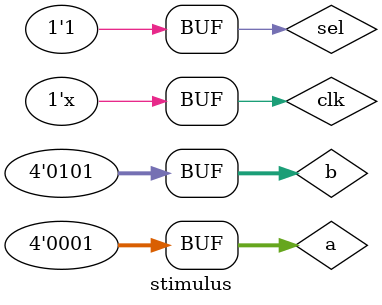
<source format=v>
module stimulus;
  
reg [3:0] a;
reg [3:0] b;
wire [3:0] sum;
reg sel, clk;
wire c_out;

addSub4 DUT (sel, a, b, sum, c_out, clk);

initial clk = 1'b0;
always #5 clk = ~clk;


initial
begin

#10;
a = 4'b0101;
b = 4'b0001;
sel = 1'b0;

#10;
a = 4'b0101;
b = 4'b0001;
sel = 1'b1;

#10;
a = 4'b0000;
b = 4'b0000;
sel = 1'b0;

#10;
a = 4'b0000;
b = 4'b0000;
sel = 1'b1;

#10;
a = 4'b0010;
b = 4'b0010;
sel = 1'b0;

#10;
a = 4'b0010;
b = 4'b0010;
sel = 1'b1;

#10;
a = 4'b0001;
b = 4'b0101;
sel = 1'b0;

#10;
a = 4'b0001;
b = 4'b0101;
sel = 1'b1;

#10;
end

endmodule
</source>
